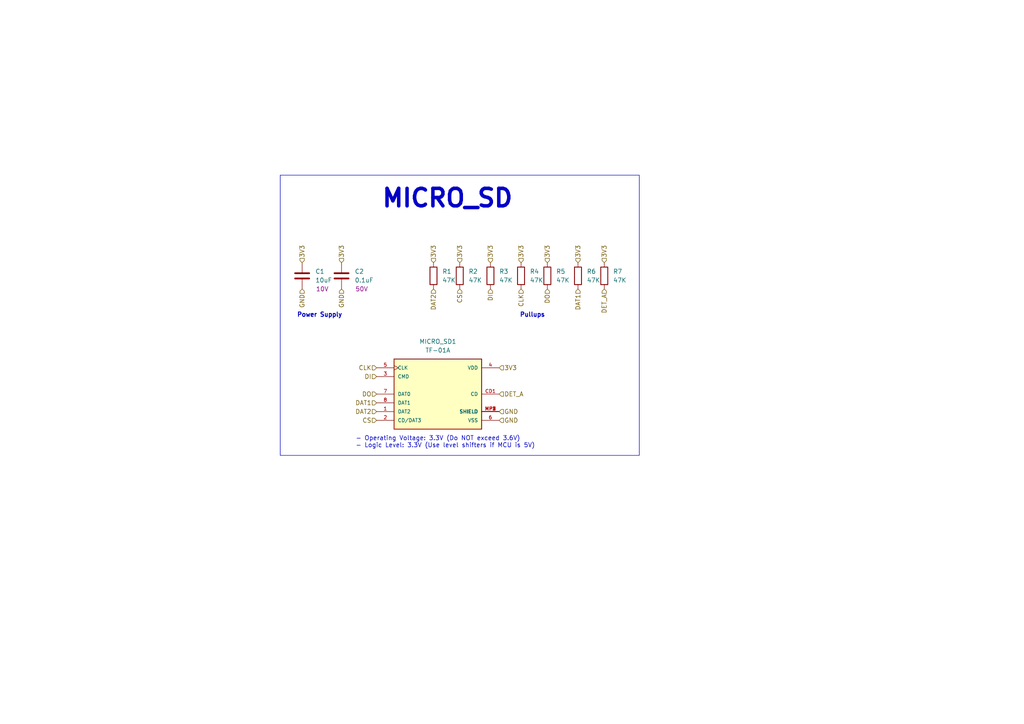
<source format=kicad_sch>
(kicad_sch (version 20250114) (generator "eeschema") (generator_version "9.0")
  (paper "A4")
  (lib_symbols
    (symbol "Library:C" (pin_numbers (hide yes)) (pin_names (offset 0.254))
      (property "Reference" "C" (at 0.635 2.54 0))
      (property "Value" "C" (at 0.635 -2.54 0))
      (symbol "C_0_1"
        (polyline (pts (xy -2.032 0.762) (xy 2.032 0.762)) (stroke (width 0.508)))
        (polyline (pts (xy -2.032 -0.762) (xy 2.032 -0.762)) (stroke (width 0.508)))
      )
      (symbol "C_1_1"
        (pin passive line (at 0 3.81 270) (length 2.794) (name "~") (number "1"))
        (pin passive line (at 0 -3.81 90) (length 2.794) (name "~") (number "2"))
      )
    )
    (symbol "Library:R" (pin_numbers (hide yes)) (pin_names (offset 0))
      (property "Reference" "R" (at 2.032 0 90))
      (property "Value" "R" (at 0 0 90))
      (symbol "R_0_1"
        (rectangle (start -1.016 -2.54) (end 1.016 2.54) (stroke (width 0.254)))
      )
      (symbol "R_1_1"
        (pin passive line (at 0 3.81 270) (length 1.27) (name "~") (number "1"))
        (pin passive line (at 0 -3.81 90) (length 1.27) (name "~") (number "2"))
      )
    )
    (symbol "Library:TF-01A" (pin_names (offset 1.016))
      (property "Reference" "MICRO_SD" (at -12.7 10.795 0))
      (property "Value" "TF-01A" (at -12.7 -12.7 0))
      (symbol "TF-01A_0_0"
        (rectangle (start -12.7 -10.16) (end 12.7 10.16) (stroke (width 0.254)) (fill (type background)))
        (pin bidirectional clock (at -17.78 7.62 0) (length 5.08) (name "CLK") (number "5"))
        (pin bidirectional line (at -17.78 5.08 0) (length 5.08) (name "CMD") (number "3"))
        (pin bidirectional line (at -17.78 0 0) (length 5.08) (name "DAT0") (number "7"))
        (pin bidirectional line (at -17.78 -2.54 0) (length 5.08) (name "DAT1") (number "8"))
        (pin bidirectional line (at -17.78 -5.08 0) (length 5.08) (name "DAT2") (number "1"))
        (pin bidirectional line (at -17.78 -7.62 0) (length 5.08) (name "CD/DAT3") (number "2"))
        (pin power_in line (at 17.78 7.62 180) (length 5.08) (name "VDD") (number "4"))
        (pin passive line (at 17.78 0 180) (length 5.08) (name "CD") (number "CD1"))
        (pin power_in line (at 17.78 -5.08 180) (length 5.08) (name "SHIELD") (number "MP1"))
        (pin power_in line (at 17.78 -5.08 180) (length 5.08) (name "SHIELD") (number "MP2"))
        (pin power_in line (at 17.78 -5.08 180) (length 5.08) (name "SHIELD") (number "MP3"))
        (pin power_in line (at 17.78 -5.08 180) (length 5.08) (name "SHIELD") (number "MP4"))
        (pin power_in line (at 17.78 -7.62 180) (length 5.08) (name "VSS") (number "6"))
      )
    )
  )
  (rectangle (start 81.28 50.8) (end 185.42 132.08))
  (text "MICRO_SD" (at 129.794 57.658 0) (effects (font (size 5.08 5.08) (thickness 1.016) (bold yes))))
  (text "- Operating Voltage: 3.3V (Do NOT exceed 3.6V)\n- Logic Level: 3.3V (Use level shifters if MCU is 5V)" (at 103.124 128.27 0) (effects (font (size 1.27 1.27)) (justify left)))
  (text "Pullups\n" (at 154.432 91.44 0) (effects (font (size 1.27 1.27) (thickness 0.254) (bold yes))))
  (text "Power Supply\n" (at 92.71 91.44 0) (effects (font (size 1.27 1.27) (thickness 0.254) (bold yes))))
  (hierarchical_label "3V3" (shape input) (at 142.24 76.2 90))
  (hierarchical_label "3V3" (shape input) (at 133.35 76.2 90))
  (hierarchical_label "GND" (shape input) (at 144.78 119.38 0))
  (hierarchical_label "3V3" (shape input) (at 144.78 106.68 0))
  (hierarchical_label "DET_A" (shape input) (at 144.78 114.3 0))
  (hierarchical_label "DAT2" (shape input) (at 125.73 83.82 270))
  (hierarchical_label "DAT2" (shape input) (at 109.22 119.38 180))
  (hierarchical_label "GND" (shape input) (at 99.06 83.82 270))
  (hierarchical_label "DI" (shape input) (at 109.22 109.22 180))
  (hierarchical_label "3V3" (shape input) (at 158.75 76.2 90))
  (hierarchical_label "3V3" (shape input) (at 167.64 76.2 90))
  (hierarchical_label "DO" (shape input) (at 109.22 114.3 180))
  (hierarchical_label "3V3" (shape input) (at 87.63 76.2 90))
  (hierarchical_label "DAT1" (shape input) (at 167.64 83.82 270))
  (hierarchical_label "DAT1" (shape input) (at 109.22 116.84 180))
  (hierarchical_label "3V3" (shape input) (at 125.73 76.2 90))
  (hierarchical_label "DET_A" (shape input) (at 175.26 83.82 270))
  (hierarchical_label "CLK" (shape input) (at 109.22 106.68 180))
  (hierarchical_label "3V3" (shape input) (at 151.13 76.2 90))
  (hierarchical_label "CS" (shape input) (at 109.22 121.92 180))
  (hierarchical_label "CS" (shape input) (at 133.35 83.82 270))
  (hierarchical_label "DI" (shape input) (at 142.24 83.82 270))
  (hierarchical_label "CLK" (shape input) (at 151.13 83.82 270))
  (hierarchical_label "GND" (shape input) (at 87.63 83.82 270))
  (hierarchical_label "3V3" (shape input) (at 175.26 76.2 90))
  (hierarchical_label "DO" (shape input) (at 158.75 83.82 270))
  (hierarchical_label "GND" (shape input) (at 144.78 121.92 0))
  (hierarchical_label "3V3" (shape input) (at 99.06 76.2 90))
  (symbol (lib_id "Library:R") (at 125.73 80.01 0) (unit 1)
    (property "Reference" "R1" (at 128.27 78.7399 0) (effects (justify left)))
    (property "Value" "47K" (at 128.27 81.2799 0) (effects (justify left)))
    (property "Footprint" "Resistor_SMD:R_0603_1608Metric" (effects (hide yes)))
    (property "Description" "Resistor" (effects (hide yes)))
    (property "LCSC_part#" "C25819" (effects (hide yes)))
    (property "MPN" "0603WAF4702T5E" (effects (hide yes)))
  )
  (symbol (lib_id "Library:R") (at 133.35 80.01 0) (unit 1)
    (property "Reference" "R2" (at 135.89 78.7399 0) (effects (justify left)))
    (property "Value" "47K" (at 135.89 81.2799 0) (effects (justify left)))
    (property "Footprint" "Resistor_SMD:R_0603_1608Metric" (effects (hide yes)))
    (property "Description" "Resistor" (effects (hide yes)))
    (property "LCSC_part#" "C25819" (effects (hide yes)))
    (property "MPN" "0603WAF4702T5E" (effects (hide yes)))
  )
  (symbol (lib_id "Library:R") (at 175.26 80.01 0) (unit 1)
    (property "Reference" "R7" (at 177.8 78.7399 0) (effects (justify left)))
    (property "Value" "47K" (at 177.8 81.2799 0) (effects (justify left)))
    (property "Footprint" "Resistor_SMD:R_0603_1608Metric" (effects (hide yes)))
    (property "Description" "Resistor" (effects (hide yes)))
    (property "LCSC_part#" "C25819" (effects (hide yes)))
    (property "MPN" "0603WAF4702T5E" (effects (hide yes)))
  )
  (symbol (lib_id "Library:TF-01A") (at 127 114.3 0) (unit 1)
    (property "Reference" "MICRO_SD1" (at 127 99.06 0))
    (property "Value" "TF-01A" (at 127 101.6 0))
    (property "Footprint" "TF-01A:TF-01A" (effects (hide yes)))
    (property "LCSC_part#" "C91145" (effects (hide yes)))
    (property "MPN" "TF-01A" (effects (hide yes)))
  )
  (symbol (lib_id "Library:C") (at 87.63 80.01 0) (unit 1)
    (property "Reference" "C1" (at 91.44 78.7399 0) (effects (justify left)))
    (property "Value" "10uF" (at 91.44 81.2799 0) (effects (justify left)))
    (property "Footprint" "Capacitor_SMD:C_0603_1608Metric" (effects (hide yes)))
    (property "Description" "Unpolarized capacitor" (effects (hide yes)))
    (property "LCSC_part#" "C22399626" (effects (hide yes)))
    (property "MPN" "CGA0603X7R106K100JT" (effects (hide yes)))
    (property "Voltage" "10V" (at 93.472 83.82 0))
  )
  (symbol (lib_id "Library:R") (at 167.64 80.01 0) (unit 1)
    (property "Reference" "R6" (at 170.18 78.7399 0) (effects (justify left)))
    (property "Value" "47K" (at 170.18 81.2799 0) (effects (justify left)))
    (property "Footprint" "Resistor_SMD:R_0603_1608Metric" (effects (hide yes)))
    (property "Description" "Resistor" (effects (hide yes)))
    (property "LCSC_part#" "C25819" (effects (hide yes)))
    (property "MPN" "0603WAF4702T5E" (effects (hide yes)))
  )
  (symbol (lib_id "Library:R") (at 158.75 80.01 0) (unit 1)
    (property "Reference" "R5" (at 161.29 78.7399 0) (effects (justify left)))
    (property "Value" "47K" (at 161.29 81.2799 0) (effects (justify left)))
    (property "Footprint" "Resistor_SMD:R_0603_1608Metric" (effects (hide yes)))
    (property "Description" "Resistor" (effects (hide yes)))
    (property "LCSC_part#" "C25819" (effects (hide yes)))
    (property "MPN" "0603WAF4702T5E" (effects (hide yes)))
  )
  (symbol (lib_id "Library:R") (at 142.24 80.01 0) (unit 1)
    (property "Reference" "R3" (at 144.78 78.7399 0) (effects (justify left)))
    (property "Value" "47K" (at 144.78 81.2799 0) (effects (justify left)))
    (property "Footprint" "Resistor_SMD:R_0603_1608Metric" (effects (hide yes)))
    (property "Description" "Resistor" (effects (hide yes)))
    (property "LCSC_part#" "C25819" (effects (hide yes)))
    (property "MPN" "0603WAF4702T5E" (effects (hide yes)))
  )
  (symbol (lib_id "Library:R") (at 151.13 80.01 0) (unit 1)
    (property "Reference" "R4" (at 153.67 78.7399 0) (effects (justify left)))
    (property "Value" "47K" (at 153.67 81.2799 0) (effects (justify left)))
    (property "Footprint" "Resistor_SMD:R_0603_1608Metric" (effects (hide yes)))
    (property "Description" "Resistor" (effects (hide yes)))
    (property "LCSC_part#" "C25819" (effects (hide yes)))
    (property "MPN" "0603WAF4702T5E" (effects (hide yes)))
  )
  (symbol (lib_id "Library:C") (at 99.06 80.01 0) (unit 1)
    (property "Reference" "C2" (at 102.87 78.7399 0) (effects (justify left)))
    (property "Value" "0.1uF" (at 102.87 81.2799 0) (effects (justify left)))
    (property "Footprint" "Capacitor_SMD:C_0603_1608Metric" (effects (hide yes)))
    (property "Description" "Unpolarized capacitor" (effects (hide yes)))
    (property "LCSC_part#" "C14663" (effects (hide yes)))
    (property "MPN" "CC0603KRX7R9BB104" (effects (hide yes)))
    (property "Voltage" "50V" (at 104.902 83.82 0))
  )
)
</source>
